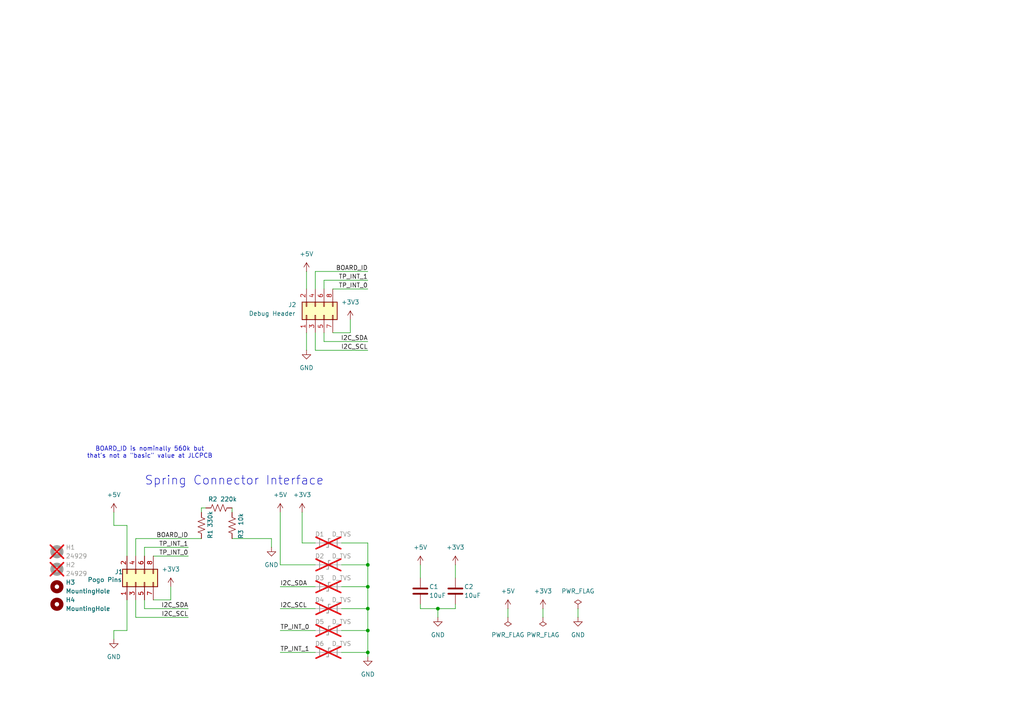
<source format=kicad_sch>
(kicad_sch (version 20231120) (generator "eeschema") (generator_version "8.0")
  (paper "A4")
  (title_block (title "Minimal Touchpad Module") (date "2023-03-12") (rev "X1") (company "Framework Computer Inc") (comment 1 "https://frame.work") (comment 2 "https://github.com/FrameworkComputer/InputModules") (comment 3 "This work is licensed under a Creative Commons Attribution 4.0 International License"))
  (lib_symbols
    (symbol "Connector_Generic:Conn_02x04_Odd_Even" (pin_names (offset 1.016) hide)
      (property "Reference" "J" (at 1.27 5.08 0))
      (property "Value" "Conn_02x04_Odd_Even" (at 1.27 -7.62 0))
      (symbol "Conn_02x04_Odd_Even_1_1"
        (rectangle (start -1.27 -4.953) (end 0 -5.207) (stroke (width 0.1524)))
        (rectangle (start -1.27 -2.413) (end 0 -2.667) (stroke (width 0.1524)))
        (rectangle (start -1.27 0.127) (end 0 -0.127) (stroke (width 0.1524)))
        (rectangle (start -1.27 2.667) (end 0 2.413) (stroke (width 0.1524)))
        (rectangle (start -1.27 3.81) (end 3.81 -6.35) (stroke (width 0.254)) (fill (type background)))
        (rectangle (start 3.81 -4.953) (end 2.54 -5.207) (stroke (width 0.1524)))
        (rectangle (start 3.81 -2.413) (end 2.54 -2.667) (stroke (width 0.1524)))
        (rectangle (start 3.81 0.127) (end 2.54 -0.127) (stroke (width 0.1524)))
        (rectangle (start 3.81 2.667) (end 2.54 2.413) (stroke (width 0.1524)))
        (pin passive line (at -5.08 2.54 0) (length 3.81) (name "Pin_1") (number "1"))
        (pin passive line (at 7.62 2.54 180) (length 3.81) (name "Pin_2") (number "2"))
        (pin passive line (at -5.08 0 0) (length 3.81) (name "Pin_3") (number "3"))
        (pin passive line (at 7.62 0 180) (length 3.81) (name "Pin_4") (number "4"))
        (pin passive line (at -5.08 -2.54 0) (length 3.81) (name "Pin_5") (number "5"))
        (pin passive line (at 7.62 -2.54 180) (length 3.81) (name "Pin_6") (number "6"))
        (pin passive line (at -5.08 -5.08 0) (length 3.81) (name "Pin_7") (number "7"))
        (pin passive line (at 7.62 -5.08 180) (length 3.81) (name "Pin_8") (number "8"))
      )
    )
    (symbol "Device:C" (pin_numbers hide) (pin_names (offset 0.254))
      (property "Reference" "C" (at 0.635 2.54 0))
      (property "Value" "C" (at 0.635 -2.54 0))
      (symbol "C_0_1"
        (polyline (pts (xy -2.032 -0.762) (xy 2.032 -0.762)) (stroke (width 0.508)))
        (polyline (pts (xy -2.032 0.762) (xy 2.032 0.762)) (stroke (width 0.508)))
      )
      (symbol "C_1_1"
        (pin passive line (at 0 3.81 270) (length 2.794) (name "~") (number "1"))
        (pin passive line (at 0 -3.81 90) (length 2.794) (name "~") (number "2"))
      )
    )
    (symbol "Device:D_TVS" (pin_numbers hide) (pin_names (offset 1.016) hide)
      (property "Reference" "D" (at 0 2.54 0))
      (property "Value" "D_TVS" (at 0 -2.54 0))
      (symbol "D_TVS_0_1"
        (polyline (pts (xy 1.27 0) (xy -1.27 0)))
        (polyline (pts (xy 0.508 1.27) (xy 0 1.27) (xy 0 -1.27) (xy -0.508 -1.27)) (stroke (width 0.254)))
        (polyline (pts (xy -2.54 1.27) (xy -2.54 -1.27) (xy 2.54 1.27) (xy 2.54 -1.27) (xy -2.54 1.27)) (stroke (width 0.254)))
      )
      (symbol "D_TVS_1_1"
        (pin passive line (at -3.81 0 0) (length 2.54) (name "A1") (number "1"))
        (pin passive line (at 3.81 0 180) (length 2.54) (name "A2") (number "2"))
      )
    )
    (symbol "Device:R_US" (pin_numbers hide) (pin_names (offset 0))
      (property "Reference" "R" (at 2.54 0 90))
      (property "Value" "R_US" (at -2.54 0 90))
      (symbol "R_US_0_1"
        (polyline (pts (xy 0 -2.286) (xy 0 -2.54)))
        (polyline (pts (xy 0 2.286) (xy 0 2.54)))
        (polyline (pts (xy 0 -0.762) (xy 1.016 -1.143) (xy 0 -1.524) (xy -1.016 -1.905) (xy 0 -2.286)))
        (polyline (pts (xy 0 0.762) (xy 1.016 0.381) (xy 0 0) (xy -1.016 -0.381) (xy 0 -0.762)))
        (polyline (pts (xy 0 2.286) (xy 1.016 1.905) (xy 0 1.524) (xy -1.016 1.143) (xy 0 0.762)))
      )
      (symbol "R_US_1_1"
        (pin passive line (at 0 3.81 270) (length 1.27) (name "~") (number "1"))
        (pin passive line (at 0 -3.81 90) (length 1.27) (name "~") (number "2"))
      )
    )
    (symbol "Mechanical:MountingHole" (pin_names (offset 1.016)) (exclude_from_sim yes) (in_bom no)
      (property "Reference" "H" (at 0 5.08 0))
      (property "Value" "MountingHole" (at 0 3.175 0))
      (symbol "MountingHole_0_1"
        (circle (center 0 0) (radius 1.27) (stroke (width 1.27)))
      )
    )
    (symbol "power:+3V3" (power) (pin_numbers hide) (pin_names (offset 0) hide)
      (property "Value" "+3V3" (at 0 3.556 0))
      (symbol "+3V3_0_1"
        (polyline (pts (xy -0.762 1.27) (xy 0 2.54)))
        (polyline (pts (xy 0 0) (xy 0 2.54)))
        (polyline (pts (xy 0 2.54) (xy 0.762 1.27)))
      )
      (symbol "+3V3_1_1"
        (pin power_in line (at 0 0 90) (length 0) (name "~") (number "1"))
      )
    )
    (symbol "power:+5V" (power) (pin_numbers hide) (pin_names (offset 0) hide)
      (property "Value" "+5V" (at 0 3.556 0))
      (symbol "+5V_0_1"
        (polyline (pts (xy -0.762 1.27) (xy 0 2.54)))
        (polyline (pts (xy 0 0) (xy 0 2.54)))
        (polyline (pts (xy 0 2.54) (xy 0.762 1.27)))
      )
      (symbol "+5V_1_1"
        (pin power_in line (at 0 0 90) (length 0) (name "~") (number "1"))
      )
    )
    (symbol "power:GND" (power) (pin_numbers hide) (pin_names (offset 0) hide)
      (property "Value" "GND" (at 0 -3.81 0))
      (symbol "GND_0_1"
        (polyline (pts (xy 0 0) (xy 0 -1.27) (xy 1.27 -1.27) (xy 0 -2.54) (xy -1.27 -1.27) (xy 0 -1.27)))
      )
      (symbol "GND_1_1"
        (pin power_in line (at 0 0 270) (length 0) (name "~") (number "1"))
      )
    )
    (symbol "power:PWR_FLAG" (power) (pin_numbers hide) (pin_names (offset 0) hide)
      (property "Value" "PWR_FLAG" (at 0 3.81 0))
      (symbol "PWR_FLAG_0_0"
        (pin power_out line (at 0 0 90) (length 0) (name "~") (number "1"))
      )
      (symbol "PWR_FLAG_0_1"
        (polyline (pts (xy 0 0) (xy 0 1.27) (xy -1.016 1.905) (xy 0 2.54) (xy 1.016 1.905) (xy 0 1.27)))
      )
    )
  )
  (junction (at 106.68 189.23))
  (junction (at 127 176.53))
  (junction (at 106.68 170.18))
  (junction (at 106.68 176.53))
  (junction (at 106.68 182.88))
  (junction (at 106.68 163.83))
  (wire (pts (xy 33.02 182.88) (xy 33.02 185.42)))
  (wire (pts (xy 67.31 147.32) (xy 67.31 148.59)))
  (wire (pts (xy 99.06 189.23) (xy 106.68 189.23)))
  (wire (pts (xy 99.06 182.88) (xy 106.68 182.88)))
  (wire (pts (xy 101.6 92.71) (xy 101.6 96.52)))
  (wire (pts (xy 121.92 176.53) (xy 127 176.53)))
  (wire (pts (xy 106.68 189.23) (xy 106.68 190.5)))
  (wire (pts (xy 93.98 99.06) (xy 106.68 99.06)))
  (wire (pts (xy 99.06 157.48) (xy 106.68 157.48)))
  (wire (pts (xy 91.44 78.74) (xy 106.68 78.74)))
  (wire (pts (xy 59.69 147.32) (xy 58.42 147.32)))
  (wire (pts (xy 91.44 101.6) (xy 106.68 101.6)))
  (wire (pts (xy 36.83 173.99) (xy 36.83 182.88)))
  (wire (pts (xy 81.28 163.83) (xy 91.44 163.83)))
  (wire (pts (xy 121.92 163.83) (xy 121.92 167.64)))
  (wire (pts (xy 67.31 156.21) (xy 78.74 156.21)))
  (wire (pts (xy 106.68 176.53) (xy 106.68 182.88)))
  (wire (pts (xy 101.6 96.52) (xy 96.52 96.52)))
  (wire (pts (xy 106.68 170.18) (xy 106.68 176.53)))
  (wire (pts (xy 39.37 179.07) (xy 54.61 179.07)))
  (wire (pts (xy 91.44 96.52) (xy 91.44 101.6)))
  (wire (pts (xy 167.64 176.53) (xy 167.64 179.07)))
  (wire (pts (xy 87.63 148.59) (xy 87.63 157.48)))
  (wire (pts (xy 41.91 173.99) (xy 41.91 176.53)))
  (wire (pts (xy 121.92 175.26) (xy 121.92 176.53)))
  (wire (pts (xy 93.98 81.28) (xy 106.68 81.28)))
  (wire (pts (xy 44.45 161.29) (xy 54.61 161.29)))
  (wire (pts (xy 81.28 176.53) (xy 91.44 176.53)))
  (wire (pts (xy 49.53 170.18) (xy 49.53 173.99)))
  (wire (pts (xy 91.44 83.82) (xy 91.44 78.74)))
  (wire (pts (xy 93.98 96.52) (xy 93.98 99.06)))
  (wire (pts (xy 41.91 161.29) (xy 41.91 158.75)))
  (wire (pts (xy 81.28 189.23) (xy 91.44 189.23)))
  (wire (pts (xy 132.08 163.83) (xy 132.08 167.64)))
  (wire (pts (xy 106.68 163.83) (xy 106.68 170.18)))
  (wire (pts (xy 39.37 173.99) (xy 39.37 179.07)))
  (wire (pts (xy 99.06 176.53) (xy 106.68 176.53)))
  (wire (pts (xy 99.06 170.18) (xy 106.68 170.18)))
  (wire (pts (xy 33.02 148.59) (xy 33.02 152.4)))
  (wire (pts (xy 41.91 158.75) (xy 54.61 158.75)))
  (wire (pts (xy 157.48 176.53) (xy 157.48 179.07)))
  (wire (pts (xy 41.91 176.53) (xy 54.61 176.53)))
  (wire (pts (xy 58.42 147.32) (xy 58.42 148.59)))
  (wire (pts (xy 99.06 163.83) (xy 106.68 163.83)))
  (wire (pts (xy 127 176.53) (xy 127 179.07)))
  (wire (pts (xy 36.83 161.29) (xy 36.83 152.4)))
  (wire (pts (xy 81.28 182.88) (xy 91.44 182.88)))
  (wire (pts (xy 88.9 96.52) (xy 88.9 101.6)))
  (wire (pts (xy 106.68 182.88) (xy 106.68 189.23)))
  (wire (pts (xy 132.08 175.26) (xy 132.08 176.53)))
  (wire (pts (xy 39.37 161.29) (xy 39.37 156.21)))
  (wire (pts (xy 81.28 170.18) (xy 91.44 170.18)))
  (wire (pts (xy 39.37 156.21) (xy 58.42 156.21)))
  (wire (pts (xy 36.83 152.4) (xy 33.02 152.4)))
  (wire (pts (xy 36.83 182.88) (xy 33.02 182.88)))
  (wire (pts (xy 106.68 157.48) (xy 106.68 163.83)))
  (wire (pts (xy 49.53 173.99) (xy 44.45 173.99)))
  (wire (pts (xy 81.28 148.59) (xy 81.28 163.83)))
  (wire (pts (xy 88.9 78.74) (xy 88.9 83.82)))
  (wire (pts (xy 78.74 156.21) (xy 78.74 158.75)))
  (wire (pts (xy 96.52 83.82) (xy 106.68 83.82)))
  (wire (pts (xy 132.08 176.53) (xy 127 176.53)))
  (wire (pts (xy 93.98 83.82) (xy 93.98 81.28)))
  (wire (pts (xy 87.63 157.48) (xy 91.44 157.48)))
  (wire (pts (xy 147.32 176.53) (xy 147.32 179.07)))
  (text "BOARD_ID is nominally 560k but\nthat's not a \"basic\" value at JLCPCB" (at 43.434 131.318 0) (effects (font (size 1.27 1.27))))
  (text "Spring Connector Interface" (at 41.91 140.97 0) (effects (font (size 2.54 2.54)) (justify left bottom)))
  (label "TP_INT_0" (at 54.61 161.29 180))
  (label "BOARD_ID" (at 54.61 156.21 180))
  (label "TP_INT_1" (at 54.61 158.75 180))
  (label "I2C_SDA" (at 81.28 170.18 0))
  (label "I2C_SCL" (at 81.28 176.53 0))
  (label "I2C_SDA" (at 54.61 176.53 180))
  (label "I2C_SCL" (at 106.68 101.6 180))
  (label "I2C_SDA" (at 106.68 99.06 180))
  (label "TP_INT_1" (at 81.28 189.23 0))
  (label "I2C_SCL" (at 54.61 179.07 180))
  (label "TP_INT_0" (at 106.68 83.82 180))
  (label "BOARD_ID" (at 106.68 78.74 180))
  (label "TP_INT_0" (at 81.28 182.88 0))
  (label "TP_INT_1" (at 106.68 81.28 180))
  (symbol (lib_id "Connector_Generic:Conn_02x04_Odd_Even") (at 39.37 168.91 90) (unit 1)
    (property "Reference" "J1" (at 33.274 165.862 90) (effects (justify right)))
    (property "Value" "Pogo Pins" (at 25.4 168.148 90) (effects (justify right)))
    (property "Footprint" "InputModule:PogoPads_2x4_P2.0mm" (effects (hide yes)))
    (property "Description" "Generic connector, double row, 02x04, odd/even pin numbering scheme (row 1 odd numbers, row 2 even numbers), script generated (kicad-library-utils/schlib/autogen/connector/)" (effects (hide yes)))
  )
  (symbol (lib_id "power:+3V3") (at 132.08 163.83 0) (unit 1)
    (property "Reference" "#PWR010" (effects (hide yes)))
    (property "Value" "+3V3" (at 132.08 158.75 0))
    (property "Description" "Power symbol creates a global label with name \"+3V3\"" (effects (hide yes)))
  )
  (symbol (lib_id "power:+5V") (at 121.92 163.83 0) (unit 1)
    (property "Reference" "#PWR08" (effects (hide yes)))
    (property "Value" "+5V" (at 121.92 158.75 0))
    (property "Description" "Power symbol creates a global label with name \"+5V\"" (effects (hide yes)))
  )
  (symbol (lib_id "power:GND") (at 106.68 190.5 0) (unit 1)
    (property "Reference" "#PWR07" (effects (hide yes)))
    (property "Value" "GND" (at 106.68 195.58 0))
    (property "Description" "Power symbol creates a global label with name \"GND\" , ground" (effects (hide yes)))
  )
  (symbol (lib_id "Device:D_TVS") (at 95.25 170.18 180) (unit 1) (dnp yes)
    (property "Reference" "D3" (at 92.71 167.64 0))
    (property "Value" "D_TVS" (at 99.06 167.64 0))
    (property "Footprint" "Diode_SMD:D_0402_1005Metric" (effects (hide yes)))
    (property "Description" "Bidirectional transient-voltage-suppression diode" (effects (hide yes)))
    (property "Digikey" "F9744CT-ND" (effects (hide yes)))
    (property "LCSC" "C468904" (effects (hide yes)))
  )
  (symbol (lib_id "power:+3V3") (at 49.53 170.18 0) (unit 1)
    (property "Reference" "#PWR03" (effects (hide yes)))
    (property "Value" "+3V3" (at 49.53 165.1 0))
    (property "Description" "Power symbol creates a global label with name \"+3V3\"" (effects (hide yes)))
  )
  (symbol (lib_id "Mechanical:MountingHole") (at 16.51 170.18 0) (unit 1)
    (property "Reference" "H3" (at 19.05 168.91 0) (effects (justify left)))
    (property "Value" "MountingHole" (at 19.05 171.45 0) (effects (justify left)))
    (property "Footprint" "MountingHole:MountingHole_2.1mm" (effects (hide yes)))
    (property "Description" "Mounting Hole without connection" (effects (hide yes)))
  )
  (symbol (lib_id "power:+3V3") (at 157.48 176.53 0) (unit 1)
    (property "Reference" "#PWR012" (effects (hide yes)))
    (property "Value" "+3V3" (at 157.48 171.45 0))
    (property "Description" "Power symbol creates a global label with name \"+3V3\"" (effects (hide yes)))
  )
  (symbol (lib_id "power:PWR_FLAG") (at 147.32 179.07 180) (unit 1)
    (property "Reference" "#FLG01" (effects (hide yes)))
    (property "Value" "PWR_FLAG" (at 147.32 184.15 0))
    (property "Description" "Special symbol for telling ERC where power comes from" (effects (hide yes)))
  )
  (symbol (lib_id "power:GND") (at 167.64 179.07 0) (unit 1)
    (property "Reference" "#PWR013" (effects (hide yes)))
    (property "Value" "GND" (at 167.64 184.15 0))
    (property "Description" "Power symbol creates a global label with name \"GND\" , ground" (effects (hide yes)))
  )
  (symbol (lib_id "power:PWR_FLAG") (at 157.48 179.07 180) (unit 1)
    (property "Reference" "#FLG02" (effects (hide yes)))
    (property "Value" "PWR_FLAG" (at 157.48 184.15 0))
    (property "Description" "Special symbol for telling ERC where power comes from" (effects (hide yes)))
  )
  (symbol (lib_id "power:+5V") (at 81.28 148.59 0) (unit 1)
    (property "Reference" "#PWR05" (effects (hide yes)))
    (property "Value" "+5V" (at 81.28 143.51 0))
    (property "Description" "Power symbol creates a global label with name \"+5V\"" (effects (hide yes)))
  )
  (symbol (lib_id "Device:C") (at 121.92 171.45 0) (unit 1)
    (property "Reference" "C1" (at 124.46 170.18 0) (effects (justify left)))
    (property "Value" "10uF" (at 124.46 172.72 0) (effects (justify left)))
    (property "Footprint" "Capacitor_SMD:C_0603_1608Metric" (effects (hide yes)))
    (property "Description" "Unpolarized capacitor" (effects (hide yes)))
    (property "Digikey" "1276-1869-1-ND" (effects (hide yes)))
    (property "LCSC" "C96446" (effects (hide yes)))
  )
  (symbol (lib_id "power:GND") (at 33.02 185.42 0) (unit 1)
    (property "Reference" "#PWR02" (effects (hide yes)))
    (property "Value" "GND" (at 33.02 190.5 0))
    (property "Description" "Power symbol creates a global label with name \"GND\" , ground" (effects (hide yes)))
  )
  (symbol (lib_id "power:+5V") (at 33.02 148.59 0) (unit 1)
    (property "Reference" "#PWR01" (effects (hide yes)))
    (property "Value" "+5V" (at 33.02 143.51 0))
    (property "Description" "Power symbol creates a global label with name \"+5V\"" (effects (hide yes)))
  )
  (symbol (lib_id "Device:R_US") (at 58.42 152.4 180) (unit 1)
    (property "Reference" "R1" (at 60.96 154.94 90))
    (property "Value" "330k" (at 60.96 150.622 90))
    (property "Footprint" "Resistor_SMD:R_0603_1608Metric" (effects (hide yes)))
    (property "Description" "Resistor, US symbol" (effects (hide yes)))
    (property "LCSC" "C23137" (effects (hide yes)))
  )
  (symbol (lib_id "Device:R_US") (at 67.31 152.4 180) (unit 1)
    (property "Reference" "R3" (at 69.85 154.94 90))
    (property "Value" "10k" (at 69.85 150.622 90))
    (property "Footprint" "Resistor_SMD:R_0603_1608Metric" (effects (hide yes)))
    (property "Description" "Resistor, US symbol" (effects (hide yes)))
    (property "LCSC" "C25804" (effects (hide yes)))
  )
  (symbol (lib_id "power:GND") (at 88.9 101.6 0) (unit 1)
    (property "Reference" "#PWR015" (effects (hide yes)))
    (property "Value" "GND" (at 88.9 106.68 0))
    (property "Description" "Power symbol creates a global label with name \"GND\" , ground" (effects (hide yes)))
  )
  (symbol (lib_id "Device:D_TVS") (at 95.25 176.53 180) (unit 1) (dnp yes)
    (property "Reference" "D4" (at 92.71 173.99 0))
    (property "Value" "D_TVS" (at 99.06 173.99 0))
    (property "Footprint" "Diode_SMD:D_0402_1005Metric" (effects (hide yes)))
    (property "Description" "Bidirectional transient-voltage-suppression diode" (effects (hide yes)))
    (property "Digikey" "F9744CT-ND" (effects (hide yes)))
    (property "LCSC" "C468904" (effects (hide yes)))
  )
  (symbol (lib_id "power:+5V") (at 147.32 176.53 0) (unit 1)
    (property "Reference" "#PWR011" (effects (hide yes)))
    (property "Value" "+5V" (at 147.32 171.45 0))
    (property "Description" "Power symbol creates a global label with name \"+5V\"" (effects (hide yes)))
  )
  (symbol (lib_id "power:+3V3") (at 101.6 92.71 0) (unit 1)
    (property "Reference" "#PWR016" (effects (hide yes)))
    (property "Value" "+3V3" (at 101.6 87.63 0))
    (property "Description" "Power symbol creates a global label with name \"+3V3\"" (effects (hide yes)))
  )
  (symbol (lib_id "power:+5V") (at 88.9 78.74 0) (unit 1)
    (property "Reference" "#PWR014" (effects (hide yes)))
    (property "Value" "+5V" (at 88.9 73.66 0))
    (property "Description" "Power symbol creates a global label with name \"+5V\"" (effects (hide yes)))
  )
  (symbol (lib_id "Mechanical:MountingHole") (at 16.51 160.02 0) (unit 1) (dnp yes)
    (property "Reference" "H1" (at 19.05 158.75 0) (effects (justify left)))
    (property "Value" "24929" (at 19.05 161.29 0) (effects (justify left)))
    (property "Footprint" "InputModule:MountingHole_3.7mm_Pad_24929" (effects (hide yes)))
    (property "Description" "Mounting Hole without connection" (effects (hide yes)))
    (property "Digikey" "36-24929CT-ND" (effects (hide yes)))
    (property "LCSC" "C5354888" (effects (hide yes)))
  )
  (symbol (lib_id "power:GND") (at 127 179.07 0) (unit 1)
    (property "Reference" "#PWR09" (effects (hide yes)))
    (property "Value" "GND" (at 127 184.15 0))
    (property "Description" "Power symbol creates a global label with name \"GND\" , ground" (effects (hide yes)))
  )
  (symbol (lib_id "power:PWR_FLAG") (at 167.64 176.53 0) (unit 1)
    (property "Reference" "#FLG03" (effects (hide yes)))
    (property "Value" "PWR_FLAG" (at 167.64 171.45 0))
    (property "Description" "Special symbol for telling ERC where power comes from" (effects (hide yes)))
  )
  (symbol (lib_id "Device:D_TVS") (at 95.25 157.48 180) (unit 1) (dnp yes)
    (property "Reference" "D1" (at 92.71 154.94 0))
    (property "Value" "D_TVS" (at 99.06 154.94 0))
    (property "Footprint" "Diode_SMD:D_0402_1005Metric" (effects (hide yes)))
    (property "Description" "Bidirectional transient-voltage-suppression diode" (effects (hide yes)))
    (property "Digikey" "F9744CT-ND" (effects (hide yes)))
    (property "LCSC" "C468904" (effects (hide yes)))
  )
  (symbol (lib_id "Device:D_TVS") (at 95.25 182.88 180) (unit 1) (dnp yes)
    (property "Reference" "D5" (at 92.71 180.34 0))
    (property "Value" "D_TVS" (at 99.06 180.34 0))
    (property "Footprint" "Diode_SMD:D_0402_1005Metric" (effects (hide yes)))
    (property "Description" "Bidirectional transient-voltage-suppression diode" (effects (hide yes)))
    (property "Digikey" "F9744CT-ND" (effects (hide yes)))
    (property "LCSC" "C468904" (effects (hide yes)))
  )
  (symbol (lib_id "Connector_Generic:Conn_02x04_Odd_Even") (at 91.44 91.44 90) (unit 1)
    (property "Reference" "J2" (at 83.566 88.392 90) (effects (justify right)))
    (property "Value" "Debug Header" (at 72.136 90.932 90) (effects (justify right)))
    (property "Footprint" "Connector_PinHeader_2.54mm:PinHeader_2x04_P2.54mm_Vertical_SMD" (effects (hide yes)))
    (property "Description" "Generic connector, double row, 02x04, odd/even pin numbering scheme (row 1 odd numbers, row 2 even numbers), script generated (kicad-library-utils/schlib/autogen/connector/)" (effects (hide yes)))
    (property "LCSC" "C3294462" (effects (hide yes)))
  )
  (symbol (lib_id "power:+3V3") (at 87.63 148.59 0) (unit 1)
    (property "Reference" "#PWR06" (effects (hide yes)))
    (property "Value" "+3V3" (at 87.63 143.51 0))
    (property "Description" "Power symbol creates a global label with name \"+3V3\"" (effects (hide yes)))
  )
  (symbol (lib_id "Mechanical:MountingHole") (at 16.51 175.26 0) (unit 1)
    (property "Reference" "H4" (at 19.05 173.99 0) (effects (justify left)))
    (property "Value" "MountingHole" (at 19.05 176.53 0) (effects (justify left)))
    (property "Footprint" "MountingHole:MountingHole_2.1mm" (effects (hide yes)))
    (property "Description" "Mounting Hole without connection" (effects (hide yes)))
  )
  (symbol (lib_id "Device:C") (at 132.08 171.45 0) (unit 1)
    (property "Reference" "C2" (at 134.62 170.18 0) (effects (justify left)))
    (property "Value" "10uF" (at 134.62 172.72 0) (effects (justify left)))
    (property "Footprint" "Capacitor_SMD:C_0603_1608Metric" (effects (hide yes)))
    (property "Description" "Unpolarized capacitor" (effects (hide yes)))
    (property "Digikey" "1276-1869-1-ND" (effects (hide yes)))
    (property "LCSC" "C96446" (effects (hide yes)))
  )
  (symbol (lib_id "Device:D_TVS") (at 95.25 163.83 180) (unit 1) (dnp yes)
    (property "Reference" "D2" (at 92.71 161.29 0))
    (property "Value" "D_TVS" (at 99.06 161.29 0))
    (property "Footprint" "Diode_SMD:D_0402_1005Metric" (effects (hide yes)))
    (property "Description" "Bidirectional transient-voltage-suppression diode" (effects (hide yes)))
    (property "Digikey" "F9744CT-ND" (effects (hide yes)))
    (property "LCSC" "C468904" (effects (hide yes)))
  )
  (symbol (lib_id "power:GND") (at 78.74 158.75 0) (unit 1)
    (property "Reference" "#PWR04" (effects (hide yes)))
    (property "Value" "GND" (at 78.74 163.83 0))
    (property "Description" "Power symbol creates a global label with name \"GND\" , ground" (effects (hide yes)))
  )
  (symbol (lib_id "Mechanical:MountingHole") (at 16.51 165.1 0) (unit 1) (dnp yes)
    (property "Reference" "H2" (at 19.05 163.83 0) (effects (justify left)))
    (property "Value" "24929" (at 19.05 166.37 0) (effects (justify left)))
    (property "Footprint" "InputModule:MountingHole_3.7mm_Pad_24929" (effects (hide yes)))
    (property "Description" "Mounting Hole without connection" (effects (hide yes)))
    (property "Digikey" "36-24929CT-ND" (effects (hide yes)))
    (property "LCSC" "C5354888" (effects (hide yes)))
  )
  (symbol (lib_id "Device:D_TVS") (at 95.25 189.23 180) (unit 1) (dnp yes)
    (property "Reference" "D6" (at 92.71 186.69 0))
    (property "Value" "D_TVS" (at 99.06 186.69 0))
    (property "Footprint" "Diode_SMD:D_0402_1005Metric" (effects (hide yes)))
    (property "Description" "Bidirectional transient-voltage-suppression diode" (effects (hide yes)))
    (property "Digikey" "F9744CT-ND" (effects (hide yes)))
    (property "LCSC" "C468904" (effects (hide yes)))
  )
  (symbol (lib_id "Device:R_US") (at 63.5 147.32 270) (unit 1)
    (property "Reference" "R2" (at 61.722 144.78 90))
    (property "Value" "220k" (at 66.294 144.78 90))
    (property "Footprint" "Resistor_SMD:R_0603_1608Metric" (effects (hide yes)))
    (property "Description" "Resistor, US symbol" (effects (hide yes)))
    (property "LCSC" "C22961" (effects (hide yes)))
  )
)
</source>
